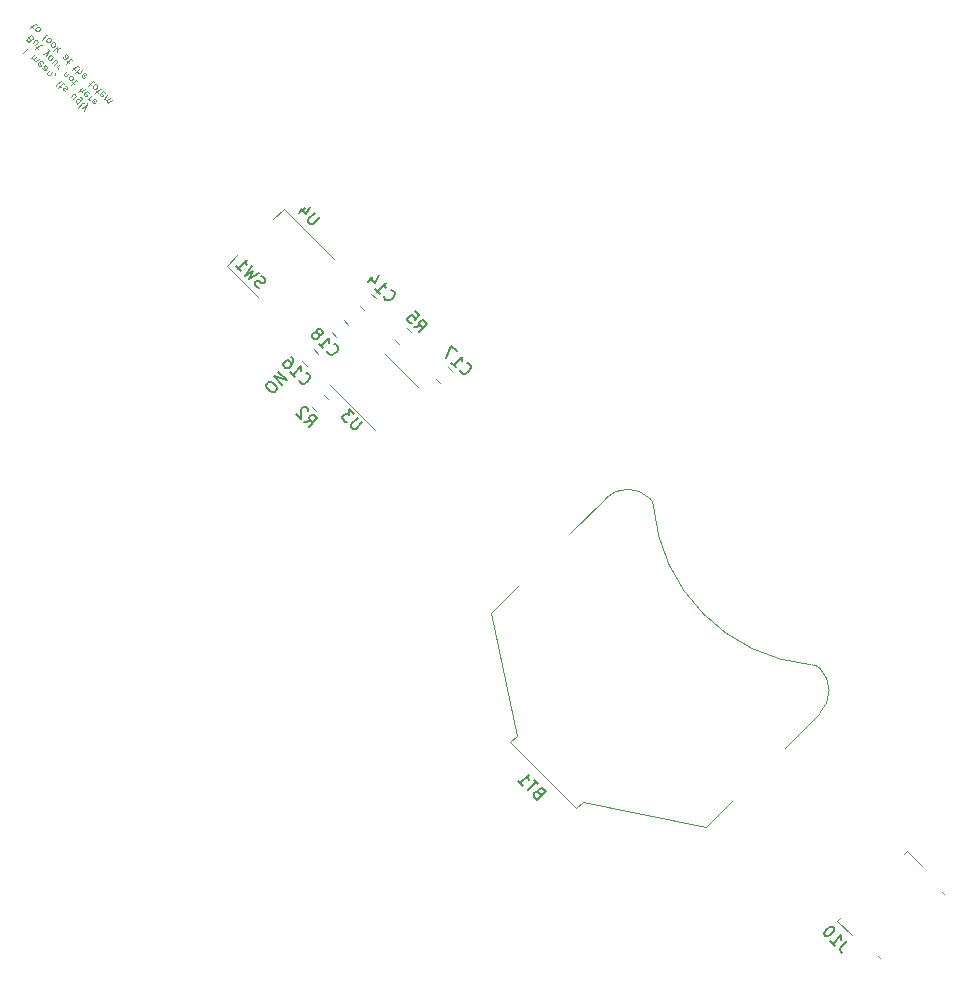
<source format=gbr>
G04 #@! TF.GenerationSoftware,KiCad,Pcbnew,5.1.2*
G04 #@! TF.CreationDate,2019-06-28T17:21:03-05:00*
G04 #@! TF.ProjectId,BatteryTotem,42617474-6572-4795-946f-74656d2e6b69,rev?*
G04 #@! TF.SameCoordinates,Original*
G04 #@! TF.FileFunction,Legend,Bot*
G04 #@! TF.FilePolarity,Positive*
%FSLAX46Y46*%
G04 Gerber Fmt 4.6, Leading zero omitted, Abs format (unit mm)*
G04 Created by KiCad (PCBNEW 5.1.2) date 2019-06-28 17:21:03*
%MOMM*%
%LPD*%
G04 APERTURE LIST*
%ADD10C,0.050000*%
%ADD11C,0.150000*%
%ADD12C,0.120000*%
G04 APERTURE END LIST*
D10*
X104760202Y-50769846D02*
X104335938Y-51194110D01*
X105285482Y-51295126D02*
X105002639Y-51577968D01*
X105043045Y-51537562D02*
X105043045Y-51577968D01*
X105063248Y-51638577D01*
X105123857Y-51699187D01*
X105184466Y-51719390D01*
X105245075Y-51699187D01*
X105467309Y-51476953D01*
X105245075Y-51699187D02*
X105224872Y-51759796D01*
X105245075Y-51820405D01*
X105305685Y-51881014D01*
X105366294Y-51901217D01*
X105426903Y-51881014D01*
X105649136Y-51658780D01*
X105992588Y-52042638D02*
X105972385Y-51982029D01*
X105891573Y-51901217D01*
X105830964Y-51881014D01*
X105770355Y-51901217D01*
X105608730Y-52062842D01*
X105588527Y-52123451D01*
X105608730Y-52184060D01*
X105689543Y-52264872D01*
X105750152Y-52285075D01*
X105810761Y-52264872D01*
X105851167Y-52224466D01*
X105689543Y-51982029D01*
X106396649Y-52406293D02*
X106174416Y-52628527D01*
X106113807Y-52648730D01*
X106053197Y-52628527D01*
X105972385Y-52547715D01*
X105952182Y-52487106D01*
X106376446Y-52426496D02*
X106356243Y-52365887D01*
X106255228Y-52264872D01*
X106194619Y-52244669D01*
X106134010Y-52264872D01*
X106093604Y-52305278D01*
X106073401Y-52365887D01*
X106093604Y-52426496D01*
X106194619Y-52527512D01*
X106214822Y-52588121D01*
X106315837Y-52891167D02*
X106598680Y-52608324D01*
X106356243Y-52850760D02*
X106356243Y-52891167D01*
X106376446Y-52951776D01*
X106437055Y-53012385D01*
X106497665Y-53032588D01*
X106558274Y-53012385D01*
X106780507Y-52790151D01*
X106982538Y-53032588D02*
X107002741Y-53012385D01*
X107022944Y-52951776D01*
X107022944Y-52911370D01*
X107507817Y-53517461D02*
X107224974Y-53800304D01*
X107083553Y-53941725D02*
X107083553Y-53901319D01*
X107123959Y-53901319D01*
X107123959Y-53941725D01*
X107083553Y-53941725D01*
X107123959Y-53901319D01*
X107366396Y-53941725D02*
X107528020Y-54103350D01*
X107285584Y-54143756D02*
X107649239Y-53780101D01*
X107709848Y-53759898D01*
X107770457Y-53780101D01*
X107810863Y-53820507D01*
X107911878Y-53961928D02*
X107972487Y-53982131D01*
X108053300Y-54062944D01*
X108073503Y-54123553D01*
X108053300Y-54184162D01*
X108033096Y-54204365D01*
X107972487Y-54224568D01*
X107911878Y-54204365D01*
X107851269Y-54143756D01*
X107790660Y-54123553D01*
X107730051Y-54143756D01*
X107709848Y-54163959D01*
X107689645Y-54224568D01*
X107709848Y-54285177D01*
X107770457Y-54345786D01*
X107831066Y-54365989D01*
X108517970Y-55093299D02*
X108800812Y-54810456D01*
X108336142Y-54911472D02*
X108558376Y-54689238D01*
X108618985Y-54669035D01*
X108679594Y-54689238D01*
X108740203Y-54749847D01*
X108760406Y-54810456D01*
X108760406Y-54850863D01*
X108901828Y-55477157D02*
X109245280Y-55133705D01*
X109265483Y-55073096D01*
X109265483Y-55032690D01*
X109245280Y-54972081D01*
X109184670Y-54911472D01*
X109124061Y-54891269D01*
X109164467Y-55214517D02*
X109144264Y-55153908D01*
X109063452Y-55073096D01*
X109002843Y-55052893D01*
X108962437Y-55052893D01*
X108901828Y-55073096D01*
X108780609Y-55194314D01*
X108760406Y-55254924D01*
X108760406Y-55295330D01*
X108780609Y-55355939D01*
X108861422Y-55436751D01*
X108922031Y-55456954D01*
X109447310Y-55456954D02*
X109386701Y-55436751D01*
X109326092Y-55456954D01*
X108962437Y-55820609D01*
X109285686Y-55861015D02*
X109669544Y-55679188D01*
X109487716Y-56063046D02*
X109669544Y-55679188D01*
X109730153Y-55537766D01*
X109730153Y-55497360D01*
X109709950Y-55436751D01*
X104896572Y-50007182D02*
X104977385Y-50047588D01*
X105017791Y-50047588D01*
X105078400Y-50027385D01*
X105139009Y-49966775D01*
X105159212Y-49906166D01*
X105159212Y-49865760D01*
X105139009Y-49805151D01*
X104977385Y-49643527D01*
X104553121Y-50067791D01*
X104694542Y-50209212D01*
X104755151Y-50229415D01*
X104795557Y-50229415D01*
X104856166Y-50209212D01*
X104896572Y-50168806D01*
X104916775Y-50108197D01*
X104916775Y-50067791D01*
X104896572Y-50007182D01*
X104755151Y-49865760D01*
X105300633Y-50532461D02*
X105583476Y-50249618D01*
X105118806Y-50350633D02*
X105341039Y-50128400D01*
X105401649Y-50108197D01*
X105462258Y-50128400D01*
X105522867Y-50189009D01*
X105543070Y-50249618D01*
X105543070Y-50290024D01*
X105442055Y-50673882D02*
X105603679Y-50835507D01*
X105361243Y-50875913D02*
X105724897Y-50512258D01*
X105785507Y-50492055D01*
X105846116Y-50512258D01*
X105886522Y-50552664D01*
X106027943Y-51259771D02*
X106411801Y-51077943D01*
X106229974Y-51461801D02*
X106411801Y-51077943D01*
X106472410Y-50936522D01*
X106472410Y-50896116D01*
X106452207Y-50835507D01*
X106735050Y-51401192D02*
X106674441Y-51380989D01*
X106634035Y-51380989D01*
X106573426Y-51401192D01*
X106452207Y-51522410D01*
X106432004Y-51583019D01*
X106432004Y-51623426D01*
X106452207Y-51684035D01*
X106512816Y-51744644D01*
X106573426Y-51764847D01*
X106613832Y-51764847D01*
X106674441Y-51744644D01*
X106795659Y-51623426D01*
X106815862Y-51562816D01*
X106815862Y-51522410D01*
X106795659Y-51461801D01*
X106735050Y-51401192D01*
X106957284Y-52189111D02*
X107240126Y-51906268D01*
X106775456Y-52007284D02*
X106997690Y-51785050D01*
X107058299Y-51764847D01*
X107118908Y-51785050D01*
X107179517Y-51845659D01*
X107199720Y-51906268D01*
X107199720Y-51946674D01*
X107442157Y-52108299D02*
X107159314Y-52391142D01*
X107240126Y-52310329D02*
X107219923Y-52370938D01*
X107219923Y-52411345D01*
X107240126Y-52471954D01*
X107280532Y-52512360D01*
X107745203Y-52977030D02*
X108028045Y-52694187D01*
X107785609Y-52936624D02*
X107785609Y-52977030D01*
X107805812Y-53037639D01*
X107866421Y-53098248D01*
X107927030Y-53118451D01*
X107987639Y-53098248D01*
X108209873Y-52876015D01*
X108472512Y-53138654D02*
X108411903Y-53118451D01*
X108371497Y-53118451D01*
X108310888Y-53138654D01*
X108189670Y-53259873D01*
X108169467Y-53320482D01*
X108169467Y-53360888D01*
X108189670Y-53421497D01*
X108250279Y-53482106D01*
X108310888Y-53502309D01*
X108351294Y-53502309D01*
X108411903Y-53482106D01*
X108533122Y-53360888D01*
X108553325Y-53300279D01*
X108553325Y-53259873D01*
X108533122Y-53199264D01*
X108472512Y-53138654D01*
X108452309Y-53684137D02*
X108613934Y-53845761D01*
X108371497Y-53886167D02*
X108735152Y-53522512D01*
X108795761Y-53502309D01*
X108856370Y-53522512D01*
X108896776Y-53562918D01*
X109361447Y-54027589D02*
X108937183Y-54451853D01*
X109543274Y-54209416D02*
X109321041Y-54431650D01*
X109260431Y-54451853D01*
X109199822Y-54431650D01*
X109139213Y-54371041D01*
X109119010Y-54310431D01*
X109119010Y-54270025D01*
X109886726Y-54593274D02*
X109866523Y-54532665D01*
X109785711Y-54451853D01*
X109725102Y-54431650D01*
X109664492Y-54451853D01*
X109502868Y-54613477D01*
X109482665Y-54674086D01*
X109502868Y-54734695D01*
X109583680Y-54815508D01*
X109644289Y-54835711D01*
X109704898Y-54815508D01*
X109745305Y-54775102D01*
X109583680Y-54532665D01*
X110108960Y-54775102D02*
X109826117Y-55057944D01*
X109906929Y-54977132D02*
X109886726Y-55037741D01*
X109886726Y-55078147D01*
X109906929Y-55138756D01*
X109947335Y-55179163D01*
X110513021Y-55219569D02*
X110492817Y-55158960D01*
X110412005Y-55078147D01*
X110351396Y-55057944D01*
X110290787Y-55078147D01*
X110129163Y-55239772D01*
X110108960Y-55300381D01*
X110129163Y-55360990D01*
X110209975Y-55441802D01*
X110270584Y-55462005D01*
X110331193Y-55441802D01*
X110371599Y-55401396D01*
X110209975Y-55158960D01*
X105012739Y-48901065D02*
X105174364Y-49062689D01*
X104931927Y-49103095D02*
X105295582Y-48739441D01*
X105356191Y-48719237D01*
X105416800Y-48739441D01*
X105457207Y-48779847D01*
X105659237Y-48981877D02*
X105598628Y-48961674D01*
X105558222Y-48961674D01*
X105497613Y-48981877D01*
X105376394Y-49103095D01*
X105356191Y-49163705D01*
X105356191Y-49204111D01*
X105376394Y-49264720D01*
X105437004Y-49325329D01*
X105497613Y-49345532D01*
X105538019Y-49345532D01*
X105598628Y-49325329D01*
X105719846Y-49204111D01*
X105740049Y-49143502D01*
X105740049Y-49103095D01*
X105719846Y-49042486D01*
X105659237Y-48981877D01*
X106366344Y-49688984D02*
X106305735Y-49668781D01*
X106245126Y-49688984D01*
X105881471Y-50052639D01*
X106588577Y-49911217D02*
X106527968Y-49891014D01*
X106487562Y-49891014D01*
X106426953Y-49911217D01*
X106305735Y-50032436D01*
X106285532Y-50093045D01*
X106285532Y-50133451D01*
X106305735Y-50194060D01*
X106366344Y-50254669D01*
X106426953Y-50274872D01*
X106467359Y-50274872D01*
X106527968Y-50254669D01*
X106649187Y-50133451D01*
X106669390Y-50072842D01*
X106669390Y-50032436D01*
X106649187Y-49971827D01*
X106588577Y-49911217D01*
X106972435Y-50295075D02*
X106911826Y-50274872D01*
X106871420Y-50274872D01*
X106810811Y-50295075D01*
X106689593Y-50416294D01*
X106669390Y-50476903D01*
X106669390Y-50517309D01*
X106689593Y-50577918D01*
X106750202Y-50638527D01*
X106810811Y-50658730D01*
X106851217Y-50658730D01*
X106911826Y-50638527D01*
X107033045Y-50517309D01*
X107053248Y-50456700D01*
X107053248Y-50416294D01*
X107033045Y-50355685D01*
X106972435Y-50295075D01*
X107295684Y-50618324D02*
X106871420Y-51042588D01*
X107174466Y-50820355D02*
X107457309Y-50779949D01*
X107174466Y-51062791D02*
X107174466Y-50739543D01*
X108144212Y-51466852D02*
X107921979Y-51689086D01*
X107861370Y-51709289D01*
X107800760Y-51689086D01*
X107719948Y-51608274D01*
X107699745Y-51547665D01*
X108124009Y-51487055D02*
X108103806Y-51426446D01*
X108002791Y-51325431D01*
X107942182Y-51305228D01*
X107881573Y-51325431D01*
X107841167Y-51365837D01*
X107820964Y-51426446D01*
X107841167Y-51487055D01*
X107942182Y-51588071D01*
X107962385Y-51648680D01*
X108002791Y-51891116D02*
X108164415Y-52052741D01*
X107921979Y-52093147D02*
X108285634Y-51729492D01*
X108346243Y-51709289D01*
X108406852Y-51729492D01*
X108447258Y-51769898D01*
X108568476Y-52456802D02*
X108730101Y-52618426D01*
X108487664Y-52658832D02*
X108851319Y-52295177D01*
X108911928Y-52274974D01*
X108972537Y-52295177D01*
X109012944Y-52335584D01*
X109154365Y-52477005D02*
X108730101Y-52901269D01*
X109336192Y-52658832D02*
X109113959Y-52881066D01*
X109053350Y-52901269D01*
X108992741Y-52881066D01*
X108932131Y-52820457D01*
X108911928Y-52759848D01*
X108911928Y-52719442D01*
X109679644Y-53042690D02*
X109659441Y-52982081D01*
X109578629Y-52901269D01*
X109518020Y-52881066D01*
X109457411Y-52901269D01*
X109295786Y-53062893D01*
X109275583Y-53123503D01*
X109295786Y-53184112D01*
X109376598Y-53264924D01*
X109437208Y-53285127D01*
X109497817Y-53264924D01*
X109538223Y-53224518D01*
X109376598Y-52982081D01*
X109881675Y-53770000D02*
X110043299Y-53931625D01*
X109800863Y-53972031D02*
X110164517Y-53608376D01*
X110225127Y-53588173D01*
X110285736Y-53608376D01*
X110326142Y-53648782D01*
X110528172Y-53850812D02*
X110467563Y-53830609D01*
X110427157Y-53830609D01*
X110366548Y-53850812D01*
X110245330Y-53972031D01*
X110225127Y-54032640D01*
X110225127Y-54073046D01*
X110245330Y-54133655D01*
X110305939Y-54194264D01*
X110366548Y-54214467D01*
X110406954Y-54214467D01*
X110467563Y-54194264D01*
X110588782Y-54073046D01*
X110608985Y-54012437D01*
X110608985Y-53972031D01*
X110588782Y-53911422D01*
X110528172Y-53850812D01*
X110507969Y-54396295D02*
X110669594Y-54557919D01*
X110427157Y-54598325D02*
X110790812Y-54234670D01*
X110851421Y-54214467D01*
X110912030Y-54234670D01*
X110952436Y-54275076D01*
X111235279Y-54598325D02*
X111215076Y-54537716D01*
X111134264Y-54456904D01*
X111073655Y-54436701D01*
X111013046Y-54456904D01*
X110851421Y-54618528D01*
X110831218Y-54679137D01*
X110851421Y-54739747D01*
X110932233Y-54820559D01*
X110992843Y-54840762D01*
X111053452Y-54820559D01*
X111093858Y-54780153D01*
X110932233Y-54537716D01*
X111457513Y-54780153D02*
X111174670Y-55062995D01*
X111215076Y-55022589D02*
X111215076Y-55062995D01*
X111235279Y-55123605D01*
X111295888Y-55184214D01*
X111356497Y-55204417D01*
X111417107Y-55184214D01*
X111639340Y-54961980D01*
X111417107Y-55184214D02*
X111396904Y-55244823D01*
X111417107Y-55305432D01*
X111477716Y-55366041D01*
X111538325Y-55386244D01*
X111598934Y-55366041D01*
X111821168Y-55143808D01*
D11*
X124925042Y-79175507D02*
X125059729Y-79040820D01*
X125160744Y-79007148D01*
X125295431Y-79007148D01*
X125463790Y-79108164D01*
X125699492Y-79343866D01*
X125800507Y-79512225D01*
X125800507Y-79646912D01*
X125766835Y-79747927D01*
X125632148Y-79882614D01*
X125531133Y-79916286D01*
X125396446Y-79916286D01*
X125228087Y-79815270D01*
X124992385Y-79579568D01*
X124891370Y-79411209D01*
X124891370Y-79276522D01*
X124925042Y-79175507D01*
X126238240Y-79276522D02*
X125531133Y-78569416D01*
X126642301Y-78872461D01*
X125935194Y-78165355D01*
D12*
X133167883Y-72946975D02*
X132802199Y-72581291D01*
X134171975Y-71942883D02*
X133806291Y-71577199D01*
X127952199Y-77281291D02*
X128317883Y-77646975D01*
X128956291Y-76277199D02*
X129321975Y-76642883D01*
X140621975Y-78142883D02*
X140256291Y-77777199D01*
X139617883Y-79146975D02*
X139252199Y-78781291D01*
X131457117Y-73828025D02*
X131822801Y-74193709D01*
X130453025Y-74832117D02*
X130818709Y-75197801D01*
X182291743Y-122415111D02*
X182107895Y-122231263D01*
X180389625Y-120018019D02*
X179138046Y-118766440D01*
X179138046Y-118766440D02*
X178869346Y-119035141D01*
X173254918Y-124649568D02*
X174506497Y-125901147D01*
X176719741Y-127619417D02*
X176903589Y-127803265D01*
X173254918Y-124649568D02*
X173523619Y-124380868D01*
X128790112Y-81144204D02*
X129155796Y-81509888D01*
X129794204Y-80140112D02*
X130159888Y-80505796D01*
X136143709Y-75822801D02*
X135778025Y-75457117D01*
X137147801Y-74818709D02*
X136782117Y-74453025D01*
X130275288Y-79270675D02*
X134093665Y-83089052D01*
X134956335Y-76710948D02*
X137714052Y-79468665D01*
X121565578Y-69188046D02*
X122456532Y-68297092D01*
X126388046Y-64365578D02*
X125497092Y-65256532D01*
X124224299Y-71846768D02*
X121565578Y-69188046D01*
X130637758Y-68615290D02*
X126388046Y-64365578D01*
X171040546Y-102985256D02*
G75*
G02X157677279Y-89491981I1358696J14709498D01*
G01*
X171091094Y-102988173D02*
G75*
G02X171762846Y-103266421I1J-950000D01*
G01*
X157686827Y-89583906D02*
G75*
G03X157408579Y-88912154I-950000J1D01*
G01*
X153590202Y-88912153D02*
G75*
G02X157408579Y-88912154I1909188J-1909189D01*
G01*
X171762847Y-107084798D02*
G75*
G03X171762846Y-103266421I-1909189J1909188D01*
G01*
X168828353Y-110019291D02*
X171798202Y-107049443D01*
X150655709Y-91846647D02*
X153625557Y-88876798D01*
X162110839Y-116736806D02*
X164444291Y-114403353D01*
X151681014Y-114580130D02*
X162110839Y-116736806D01*
X151115328Y-115145815D02*
X151681014Y-114580130D01*
X145529185Y-109559672D02*
X151115328Y-115145815D01*
X145529185Y-109559672D02*
X146094870Y-108993986D01*
X146094870Y-108993986D02*
X143938194Y-98564161D01*
X143938194Y-98564161D02*
X146271647Y-96230709D01*
D11*
X124255378Y-71098796D02*
X124120691Y-71031453D01*
X123952332Y-70863094D01*
X123918660Y-70762079D01*
X123918660Y-70694735D01*
X123952332Y-70593720D01*
X124019675Y-70526377D01*
X124120691Y-70492705D01*
X124188034Y-70492705D01*
X124289049Y-70526377D01*
X124457408Y-70627392D01*
X124558423Y-70661064D01*
X124625767Y-70661064D01*
X124726782Y-70627392D01*
X124794126Y-70560048D01*
X124827797Y-70459033D01*
X124827797Y-70391690D01*
X124794126Y-70290674D01*
X124625767Y-70122316D01*
X124491080Y-70054972D01*
X124289049Y-69785598D02*
X123413584Y-70324346D01*
X123783973Y-69684583D01*
X123144210Y-70054972D01*
X123682958Y-69179507D01*
X122336088Y-69246850D02*
X122740149Y-69650911D01*
X122538118Y-69448881D02*
X123245225Y-68741774D01*
X123211553Y-68910133D01*
X123211553Y-69044820D01*
X123245225Y-69145835D01*
X134855843Y-71802467D02*
X134855843Y-71869811D01*
X134923187Y-72004498D01*
X134990530Y-72071841D01*
X135125217Y-72139185D01*
X135259904Y-72139185D01*
X135360919Y-72105513D01*
X135529278Y-72004498D01*
X135630293Y-71903483D01*
X135731309Y-71735124D01*
X135764980Y-71634109D01*
X135764980Y-71499422D01*
X135697637Y-71364735D01*
X135630293Y-71297391D01*
X135495606Y-71230048D01*
X135428263Y-71230048D01*
X134115064Y-71196376D02*
X134519125Y-71600437D01*
X134317095Y-71398406D02*
X135024202Y-70691299D01*
X134990530Y-70859658D01*
X134990530Y-70994345D01*
X135024202Y-71095360D01*
X133980377Y-70118880D02*
X133508973Y-70590284D01*
X134418110Y-70017864D02*
X134081393Y-70691299D01*
X133643660Y-70253567D01*
X127672391Y-78835919D02*
X127672391Y-78903263D01*
X127739735Y-79037950D01*
X127807078Y-79105293D01*
X127941765Y-79172637D01*
X128076452Y-79172637D01*
X128177467Y-79138965D01*
X128345826Y-79037950D01*
X128446841Y-78936935D01*
X128547857Y-78768576D01*
X128581528Y-78667561D01*
X128581528Y-78532874D01*
X128514185Y-78398187D01*
X128446841Y-78330843D01*
X128312154Y-78263500D01*
X128244811Y-78263500D01*
X126931612Y-78229828D02*
X127335673Y-78633889D01*
X127133643Y-78431858D02*
X127840750Y-77724751D01*
X127807078Y-77893110D01*
X127807078Y-78027797D01*
X127840750Y-78128813D01*
X127032628Y-76916629D02*
X127167315Y-77051316D01*
X127200986Y-77152332D01*
X127200986Y-77219675D01*
X127167315Y-77388034D01*
X127066299Y-77556393D01*
X126796925Y-77825767D01*
X126695910Y-77859438D01*
X126628567Y-77859438D01*
X126527551Y-77825767D01*
X126392864Y-77691080D01*
X126359193Y-77590064D01*
X126359193Y-77522721D01*
X126392864Y-77421706D01*
X126561223Y-77253347D01*
X126662238Y-77219675D01*
X126729582Y-77219675D01*
X126830597Y-77253347D01*
X126965284Y-77388034D01*
X126998956Y-77489049D01*
X126998956Y-77556393D01*
X126965284Y-77657408D01*
X141305843Y-78002467D02*
X141305843Y-78069811D01*
X141373187Y-78204498D01*
X141440530Y-78271841D01*
X141575217Y-78339185D01*
X141709904Y-78339185D01*
X141810919Y-78305513D01*
X141979278Y-78204498D01*
X142080293Y-78103483D01*
X142181309Y-77935124D01*
X142214980Y-77834109D01*
X142214980Y-77699422D01*
X142147637Y-77564735D01*
X142080293Y-77497391D01*
X141945606Y-77430048D01*
X141878263Y-77430048D01*
X140565064Y-77396376D02*
X140969125Y-77800437D01*
X140767095Y-77598406D02*
X141474202Y-76891299D01*
X141440530Y-77059658D01*
X141440530Y-77194345D01*
X141474202Y-77295360D01*
X141036469Y-76453567D02*
X140565064Y-75982162D01*
X140161003Y-76992315D01*
X130077030Y-76407106D02*
X130077030Y-76474450D01*
X130144374Y-76609137D01*
X130211717Y-76676480D01*
X130346404Y-76743824D01*
X130481091Y-76743824D01*
X130582106Y-76710152D01*
X130750465Y-76609137D01*
X130851480Y-76508122D01*
X130952496Y-76339763D01*
X130986167Y-76238748D01*
X130986167Y-76104061D01*
X130918824Y-75969374D01*
X130851480Y-75902030D01*
X130716793Y-75834687D01*
X130649450Y-75834687D01*
X129336251Y-75801015D02*
X129740312Y-76205076D01*
X129538282Y-76003045D02*
X130245389Y-75295938D01*
X130211717Y-75464297D01*
X130211717Y-75598984D01*
X130245389Y-75700000D01*
X129336251Y-74992893D02*
X129437267Y-75026564D01*
X129504610Y-75026564D01*
X129605625Y-74992893D01*
X129639297Y-74959221D01*
X129672969Y-74858206D01*
X129672969Y-74790862D01*
X129639297Y-74689847D01*
X129504610Y-74555160D01*
X129403595Y-74521488D01*
X129336251Y-74521488D01*
X129235236Y-74555160D01*
X129201564Y-74588832D01*
X129167893Y-74689847D01*
X129167893Y-74757190D01*
X129201564Y-74858206D01*
X129336251Y-74992893D01*
X129369923Y-75093908D01*
X129369923Y-75161251D01*
X129336251Y-75262267D01*
X129201564Y-75396954D01*
X129100549Y-75430625D01*
X129033206Y-75430625D01*
X128932190Y-75396954D01*
X128797503Y-75262267D01*
X128763832Y-75161251D01*
X128763832Y-75093908D01*
X128797503Y-74992893D01*
X128932190Y-74858206D01*
X129033206Y-74824534D01*
X129100549Y-74824534D01*
X129201564Y-74858206D01*
X174087283Y-126390397D02*
X173582207Y-126895473D01*
X173514864Y-127030160D01*
X173514864Y-127164847D01*
X173582207Y-127299534D01*
X173649551Y-127366878D01*
X172673070Y-126390397D02*
X173077131Y-126794458D01*
X172875100Y-126592428D02*
X173582207Y-125885321D01*
X173548535Y-126053680D01*
X173548535Y-126188367D01*
X173582207Y-126289382D01*
X172942444Y-125245558D02*
X172875100Y-125178214D01*
X172774085Y-125144542D01*
X172706742Y-125144542D01*
X172605726Y-125178214D01*
X172437368Y-125279229D01*
X172269009Y-125447588D01*
X172167994Y-125615947D01*
X172134322Y-125716962D01*
X172134322Y-125784306D01*
X172167994Y-125885321D01*
X172235337Y-125952664D01*
X172336352Y-125986336D01*
X172403696Y-125986336D01*
X172504711Y-125952664D01*
X172673070Y-125851649D01*
X172841429Y-125683290D01*
X172942444Y-125514932D01*
X172976116Y-125413916D01*
X172976116Y-125346573D01*
X172942444Y-125245558D01*
X128106243Y-82429458D02*
X128678663Y-82328443D01*
X128510304Y-82833519D02*
X129217411Y-82126413D01*
X128948037Y-81857038D01*
X128847022Y-81823367D01*
X128779678Y-81823367D01*
X128678663Y-81857038D01*
X128577648Y-81958054D01*
X128543976Y-82059069D01*
X128543976Y-82126413D01*
X128577648Y-82227428D01*
X128847022Y-82496802D01*
X128476632Y-81520321D02*
X128476632Y-81452977D01*
X128442961Y-81351962D01*
X128274602Y-81183603D01*
X128173586Y-81149932D01*
X128106243Y-81149932D01*
X128005228Y-81183603D01*
X127937884Y-81250947D01*
X127870541Y-81385634D01*
X127870541Y-82193756D01*
X127432808Y-81756023D01*
X137427608Y-74408919D02*
X138000028Y-74307904D01*
X137831669Y-74812980D02*
X138538776Y-74105874D01*
X138269402Y-73836499D01*
X138168387Y-73802828D01*
X138101043Y-73802828D01*
X138000028Y-73836499D01*
X137899013Y-73937515D01*
X137865341Y-74038530D01*
X137865341Y-74105874D01*
X137899013Y-74206889D01*
X138168387Y-74476263D01*
X137494951Y-73062049D02*
X137831669Y-73398767D01*
X137528623Y-73769156D01*
X137528623Y-73701812D01*
X137494951Y-73600797D01*
X137326593Y-73432438D01*
X137225577Y-73398767D01*
X137158234Y-73398767D01*
X137057219Y-73432438D01*
X136888860Y-73600797D01*
X136855188Y-73701812D01*
X136855188Y-73769156D01*
X136888860Y-73870171D01*
X137057219Y-74038530D01*
X137158234Y-74072202D01*
X137225577Y-74072202D01*
X133046810Y-82455685D02*
X132474390Y-83028105D01*
X132373375Y-83061777D01*
X132306031Y-83061777D01*
X132205016Y-83028105D01*
X132070329Y-82893418D01*
X132036657Y-82792403D01*
X132036657Y-82725059D01*
X132070329Y-82624044D01*
X132642749Y-82051624D01*
X132373375Y-81782250D02*
X131935642Y-81344518D01*
X131901970Y-81849594D01*
X131800955Y-81748579D01*
X131699940Y-81714907D01*
X131632596Y-81714907D01*
X131531581Y-81748579D01*
X131363222Y-81916937D01*
X131329550Y-82017953D01*
X131329550Y-82085296D01*
X131363222Y-82186311D01*
X131565253Y-82388342D01*
X131666268Y-82422014D01*
X131733611Y-82422014D01*
X129435340Y-65096927D02*
X128862920Y-65669347D01*
X128761905Y-65703019D01*
X128694561Y-65703019D01*
X128593546Y-65669347D01*
X128458859Y-65534660D01*
X128425187Y-65433645D01*
X128425187Y-65366301D01*
X128458859Y-65265286D01*
X129031279Y-64692866D01*
X128155813Y-64288805D02*
X127684409Y-64760210D01*
X128593546Y-64187790D02*
X128256828Y-64861225D01*
X127819096Y-64423492D01*
X147973753Y-113812414D02*
X147839066Y-113745070D01*
X147771723Y-113745070D01*
X147670707Y-113778742D01*
X147569692Y-113879757D01*
X147536020Y-113980773D01*
X147536020Y-114048116D01*
X147569692Y-114149131D01*
X147839066Y-114418505D01*
X148546173Y-113711399D01*
X148310471Y-113475696D01*
X148209455Y-113442025D01*
X148142112Y-113442025D01*
X148041097Y-113475696D01*
X147973753Y-113543040D01*
X147940081Y-113644055D01*
X147940081Y-113711399D01*
X147973753Y-113812414D01*
X148209455Y-114048116D01*
X147940081Y-113105307D02*
X147536020Y-112701246D01*
X147030944Y-113610383D02*
X147738051Y-112903276D01*
X146222822Y-112802261D02*
X146626883Y-113206322D01*
X146424852Y-113004292D02*
X147131959Y-112297185D01*
X147098287Y-112465544D01*
X147098287Y-112600231D01*
X147131959Y-112701246D01*
M02*

</source>
